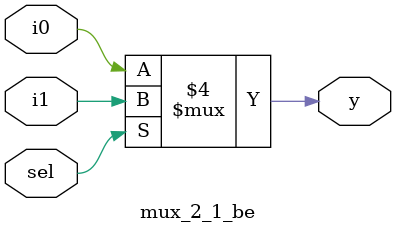
<source format=v>
module mux_2_1_be (
input sel,
input i0,i1,
output reg y
);
always @(*) begin
if(sel == 1)
  y = i1;
else
  y = i0;
end
endmodule

</source>
